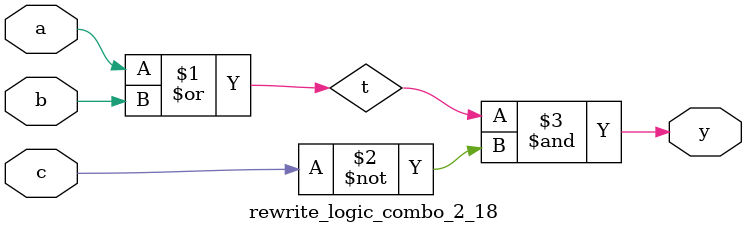
<source format=sv>
module rewrite_logic_combo_2_18(input logic a,b,c, output logic y);
  logic t;
  assign t = a | b;
  assign y = t & ~c;
endmodule

</source>
